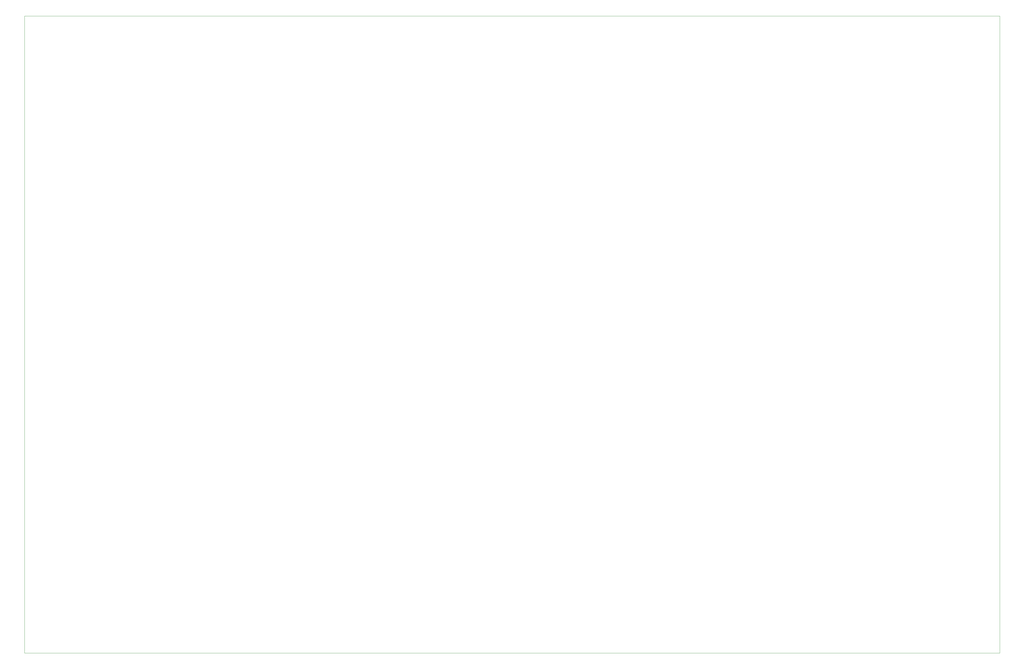
<source format=gbr>
G04 #@! TF.GenerationSoftware,KiCad,Pcbnew,(5.1.2)-1*
G04 #@! TF.CreationDate,2019-08-06T08:10:56-07:00*
G04 #@! TF.ProjectId,retroii,72657472-6f69-4692-9e6b-696361645f70,rev?*
G04 #@! TF.SameCoordinates,Original*
G04 #@! TF.FileFunction,Profile,NP*
%FSLAX46Y46*%
G04 Gerber Fmt 4.6, Leading zero omitted, Abs format (unit mm)*
G04 Created by KiCad (PCBNEW (5.1.2)-1) date 2019-08-06 08:10:56*
%MOMM*%
%LPD*%
G04 APERTURE LIST*
%ADD10C,0.050000*%
G04 APERTURE END LIST*
D10*
X91720000Y-108940000D02*
X421920000Y-108940000D01*
X421920000Y-324840000D02*
X91720000Y-324840000D01*
X91720000Y-324840000D02*
X91720000Y-108940000D01*
X421920000Y-324840000D02*
X421920000Y-108940000D01*
M02*

</source>
